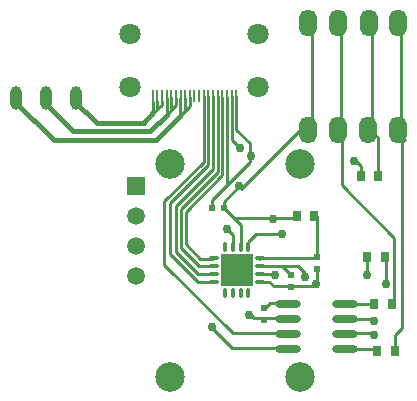
<source format=gtl>
G04 Layer_Physical_Order=1*
G04 Layer_Color=255*
%FSLAX24Y24*%
%MOIN*%
G70*
G01*
G75*
%ADD10O,0.0402X0.0787*%
%ADD11O,0.0598X0.0902*%
%ADD12R,0.0091X0.0394*%
%ADD13R,0.0276X0.0354*%
%ADD14R,0.0236X0.0197*%
%ADD15R,0.0197X0.0236*%
%ADD16O,0.0866X0.0236*%
%ADD17R,0.1063X0.1063*%
%ADD18O,0.0118X0.0335*%
%ADD19O,0.0335X0.0118*%
%ADD20C,0.0100*%
%ADD21C,0.0150*%
%ADD22C,0.0984*%
%ADD23C,0.0709*%
%ADD24C,0.0591*%
%ADD25R,0.0591X0.0591*%
%ADD26C,0.0300*%
D10*
X-100Y10080D02*
D03*
X-1108D02*
D03*
X-2100D02*
D03*
D11*
X10650Y9031D02*
D03*
X7650D02*
D03*
X9650D02*
D03*
X8650D02*
D03*
Y12590D02*
D03*
X9658D02*
D03*
X7650D02*
D03*
X10650D02*
D03*
D12*
X5244Y10140D02*
D03*
X5089D02*
D03*
X4934D02*
D03*
X4779D02*
D03*
X4624D02*
D03*
X4469D02*
D03*
X4314D02*
D03*
X4159D02*
D03*
X4004D02*
D03*
X3850D02*
D03*
X3695D02*
D03*
X3540D02*
D03*
X3385D02*
D03*
X3230D02*
D03*
X3075D02*
D03*
X2920D02*
D03*
X2765D02*
D03*
X2609D02*
D03*
X2455D02*
D03*
D13*
X9385Y7490D02*
D03*
X9975D02*
D03*
X9595Y4790D02*
D03*
X10185D02*
D03*
X7255Y6170D02*
D03*
X7845D02*
D03*
X9935Y1660D02*
D03*
X10525D02*
D03*
X9835Y3210D02*
D03*
X10425D02*
D03*
D14*
X4827Y6420D02*
D03*
X4433D02*
D03*
D15*
X6170Y3097D02*
D03*
Y2703D02*
D03*
X7920Y4777D02*
D03*
Y4383D02*
D03*
X7070Y4197D02*
D03*
Y3803D02*
D03*
D16*
X6975Y3230D02*
D03*
Y2730D02*
D03*
Y2230D02*
D03*
Y1730D02*
D03*
X8865Y3230D02*
D03*
Y2730D02*
D03*
Y2230D02*
D03*
Y1730D02*
D03*
D17*
X5258Y4356D02*
D03*
D18*
X4874Y5124D02*
D03*
X5130D02*
D03*
X5386D02*
D03*
X5642D02*
D03*
Y3588D02*
D03*
X5386D02*
D03*
X5130D02*
D03*
X4874D02*
D03*
D19*
X6025Y4740D02*
D03*
Y4484D02*
D03*
Y4228D02*
D03*
Y3972D02*
D03*
X4490D02*
D03*
Y4228D02*
D03*
Y4484D02*
D03*
Y4740D02*
D03*
D20*
X10770Y8610D02*
X10860Y8700D01*
X10770Y2410D02*
Y8610D01*
X10535Y2175D02*
X10770Y2410D01*
X8760Y7190D02*
X10515Y5435D01*
Y3175D02*
Y5435D01*
X3540Y9660D02*
X3690Y9810D01*
X3380Y9500D02*
X3540Y9660D01*
X3070Y9680D02*
X3230Y9840D01*
X2920Y9530D02*
X3070Y9680D01*
X2640Y9250D02*
X2920Y9530D01*
X2460Y9640D02*
Y9960D01*
X2360Y9540D02*
X2460Y9640D01*
X2450Y9540D02*
X2600Y9690D01*
Y10000D01*
X2450Y9540D02*
X2760Y9850D01*
Y10000D01*
X4160Y7960D02*
Y10140D01*
X2850Y6650D02*
X4160Y7960D01*
X4314Y7854D02*
Y10140D01*
X3040Y6580D02*
X4314Y7854D01*
X4460Y7730D02*
Y10140D01*
X4624Y7634D02*
Y10140D01*
X4780Y7510D02*
Y10130D01*
X5250Y9020D02*
Y10140D01*
Y9020D02*
X5690Y8580D01*
X5100Y8690D02*
Y10140D01*
Y8690D02*
X5380Y8410D01*
X3560Y6290D02*
X4780Y7510D01*
X3390Y6400D02*
X4624Y7634D01*
X4930Y7200D02*
Y10120D01*
X3690Y9810D02*
Y10110D01*
X3540Y9660D02*
Y10080D01*
X3380Y9500D02*
Y10090D01*
X3230Y9840D02*
Y10090D01*
X3070Y9680D02*
Y10110D01*
X2920Y9530D02*
Y10100D01*
X10750Y9001D02*
Y12560D01*
X9750Y9001D02*
X9758Y9009D01*
Y12560D01*
X8760Y7190D02*
Y9001D01*
X8750D02*
Y12560D01*
X7770Y9021D02*
Y12490D01*
X7750Y12510D02*
X7770Y12490D01*
X7750Y12510D02*
Y12560D01*
X9750Y9001D02*
X9975Y8776D01*
X7341Y9001D02*
X7750D01*
X6615Y2740D02*
X6675Y2680D01*
X5820Y2740D02*
X6615D01*
X5720Y2840D02*
X5820Y2740D01*
X6800Y1740D02*
X6860Y1680D01*
X5110Y1740D02*
X6800D01*
X4420Y2430D02*
X5110Y1740D01*
X6595Y2260D02*
X6665Y2190D01*
X5120Y2260D02*
X6595D01*
X2850Y4530D02*
X5120Y2260D01*
X6825Y3260D02*
X6905Y3180D01*
X6373Y3260D02*
X6825D01*
X6190Y3077D02*
X6373Y3260D01*
X9595Y4285D02*
Y4790D01*
X8865Y2730D02*
X9760D01*
X8560D02*
X8865D01*
X9750Y2260D02*
X9820Y2190D01*
X8875Y2260D02*
X9750D01*
X8795Y2180D02*
X8875Y2260D01*
X9760Y2730D02*
X9840Y2650D01*
X6490Y3810D02*
X7920D01*
X6338Y3962D02*
X6490Y3810D01*
X9975Y7490D02*
Y8776D01*
X9200Y8010D02*
X9385Y7825D01*
Y7490D02*
Y7825D01*
X2850Y4530D02*
Y6650D01*
X10240Y3880D02*
Y4790D01*
X3390Y5090D02*
Y6400D01*
X3220Y6490D02*
X4460Y7730D01*
X3220Y4970D02*
Y6490D01*
X3040Y4890D02*
Y6580D01*
X5410Y7070D02*
X7341Y9001D01*
X4462Y3970D02*
X4470Y3962D01*
X6005D02*
X6338D01*
X8755Y3230D02*
X9915D01*
X8795Y1730D02*
X9955D01*
X6005Y4218D02*
X6458D01*
X6005Y4730D02*
X6030Y4754D01*
X7920D01*
Y6170D01*
X6773Y4474D02*
X7070Y4177D01*
X6005Y4474D02*
X6773D01*
X7306D01*
X4850Y6430D02*
X4850Y6430D01*
X3040Y4890D02*
X3960Y3970D01*
X4462D01*
X3220Y4970D02*
X3972Y4218D01*
X4470D01*
X3390Y5090D02*
X4006Y4474D01*
X4470D01*
X3560Y5220D02*
Y6290D01*
Y5220D02*
X4050Y4730D01*
X4470D01*
X10535Y1560D02*
Y2175D01*
X7920Y3900D02*
Y4283D01*
X7306Y4474D02*
X7530Y4250D01*
Y4130D02*
Y4250D01*
X5340Y7140D02*
X5450D01*
X4433Y6420D02*
Y6683D01*
X5690Y7940D01*
Y8580D01*
X4827Y6420D02*
Y6627D01*
X5340Y7140D01*
X6750Y5570D02*
X6770Y5550D01*
X5910Y5570D02*
X6750D01*
X5670Y2840D02*
X5720D01*
X4420Y2430D02*
Y2460D01*
X5130Y5124D02*
Y5520D01*
X4920Y5730D02*
X5130Y5520D01*
X5642Y5124D02*
Y5302D01*
X5910Y5570D01*
X5386Y5124D02*
Y5861D01*
X4827Y6420D02*
X5386Y5861D01*
X5167Y6090D02*
X7250D01*
D21*
X2560Y8680D02*
X3380Y9500D01*
X-830Y8680D02*
X2560D01*
X2370Y8980D02*
X2920Y9530D01*
X-190Y8980D02*
X2370D01*
X-1030Y9820D02*
X-190Y8980D01*
X2150Y9250D02*
X2440Y9540D01*
X600Y9250D02*
X2160D01*
X-155Y10005D02*
X600Y9250D01*
X-1030Y9820D02*
Y10130D01*
X-2155Y10005D02*
X-830Y8680D01*
D22*
X3049Y800D02*
D03*
X3049Y7890D02*
D03*
X7380D02*
D03*
Y800D02*
D03*
D23*
X5973Y12222D02*
D03*
X1690D02*
D03*
X5973Y10450D02*
D03*
X1690D02*
D03*
D24*
X1900Y4170D02*
D03*
Y5170D02*
D03*
Y6170D02*
D03*
D25*
Y7170D02*
D03*
D26*
X9590Y4190D02*
D03*
X7900Y3900D02*
D03*
X9180Y8000D02*
D03*
X6520Y4180D02*
D03*
X4920Y5730D02*
D03*
X5340Y7140D02*
D03*
X7530Y4130D02*
D03*
X5720Y8150D02*
D03*
X6480Y6050D02*
D03*
X5380Y8410D02*
D03*
X9820Y2190D02*
D03*
X6770Y5550D02*
D03*
X5670Y2840D02*
D03*
X4420Y2460D02*
D03*
X10240Y3880D02*
D03*
X9840Y2650D02*
D03*
M02*

</source>
